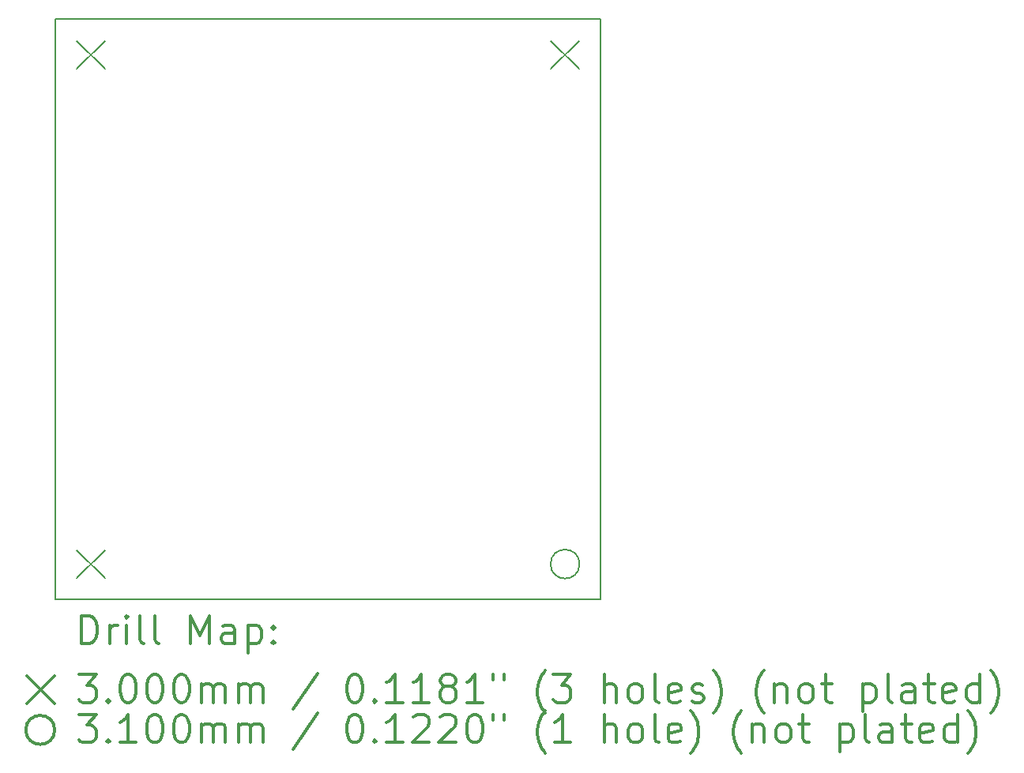
<source format=gbr>
%FSLAX45Y45*%
G04 Gerber Fmt 4.5, Leading zero omitted, Abs format (unit mm)*
G04 Created by KiCad (PCBNEW (5.1.12)-1) date 2022-01-06 10:15:55*
%MOMM*%
%LPD*%
G01*
G04 APERTURE LIST*
%TA.AperFunction,Profile*%
%ADD10C,0.150000*%
%TD*%
%ADD11C,0.200000*%
%ADD12C,0.300000*%
G04 APERTURE END LIST*
D10*
X17272000Y-7112000D02*
X11430000Y-7112000D01*
X17272000Y-13335000D02*
X17272000Y-7112000D01*
X11430000Y-13335000D02*
X17272000Y-13335000D01*
X11430000Y-7112000D02*
X11430000Y-13335000D01*
D11*
X11661000Y-7343000D02*
X11961000Y-7643000D01*
X11961000Y-7343000D02*
X11661000Y-7643000D01*
X11661000Y-12804000D02*
X11961000Y-13104000D01*
X11961000Y-12804000D02*
X11661000Y-13104000D01*
X16741000Y-7343000D02*
X17041000Y-7643000D01*
X17041000Y-7343000D02*
X16741000Y-7643000D01*
X17046000Y-12954000D02*
G75*
G03*
X17046000Y-12954000I-155000J0D01*
G01*
D12*
X11708928Y-13808214D02*
X11708928Y-13508214D01*
X11780357Y-13508214D01*
X11823214Y-13522500D01*
X11851786Y-13551071D01*
X11866071Y-13579643D01*
X11880357Y-13636786D01*
X11880357Y-13679643D01*
X11866071Y-13736786D01*
X11851786Y-13765357D01*
X11823214Y-13793929D01*
X11780357Y-13808214D01*
X11708928Y-13808214D01*
X12008928Y-13808214D02*
X12008928Y-13608214D01*
X12008928Y-13665357D02*
X12023214Y-13636786D01*
X12037500Y-13622500D01*
X12066071Y-13608214D01*
X12094643Y-13608214D01*
X12194643Y-13808214D02*
X12194643Y-13608214D01*
X12194643Y-13508214D02*
X12180357Y-13522500D01*
X12194643Y-13536786D01*
X12208928Y-13522500D01*
X12194643Y-13508214D01*
X12194643Y-13536786D01*
X12380357Y-13808214D02*
X12351786Y-13793929D01*
X12337500Y-13765357D01*
X12337500Y-13508214D01*
X12537500Y-13808214D02*
X12508928Y-13793929D01*
X12494643Y-13765357D01*
X12494643Y-13508214D01*
X12880357Y-13808214D02*
X12880357Y-13508214D01*
X12980357Y-13722500D01*
X13080357Y-13508214D01*
X13080357Y-13808214D01*
X13351786Y-13808214D02*
X13351786Y-13651071D01*
X13337500Y-13622500D01*
X13308928Y-13608214D01*
X13251786Y-13608214D01*
X13223214Y-13622500D01*
X13351786Y-13793929D02*
X13323214Y-13808214D01*
X13251786Y-13808214D01*
X13223214Y-13793929D01*
X13208928Y-13765357D01*
X13208928Y-13736786D01*
X13223214Y-13708214D01*
X13251786Y-13693929D01*
X13323214Y-13693929D01*
X13351786Y-13679643D01*
X13494643Y-13608214D02*
X13494643Y-13908214D01*
X13494643Y-13622500D02*
X13523214Y-13608214D01*
X13580357Y-13608214D01*
X13608928Y-13622500D01*
X13623214Y-13636786D01*
X13637500Y-13665357D01*
X13637500Y-13751071D01*
X13623214Y-13779643D01*
X13608928Y-13793929D01*
X13580357Y-13808214D01*
X13523214Y-13808214D01*
X13494643Y-13793929D01*
X13766071Y-13779643D02*
X13780357Y-13793929D01*
X13766071Y-13808214D01*
X13751786Y-13793929D01*
X13766071Y-13779643D01*
X13766071Y-13808214D01*
X13766071Y-13622500D02*
X13780357Y-13636786D01*
X13766071Y-13651071D01*
X13751786Y-13636786D01*
X13766071Y-13622500D01*
X13766071Y-13651071D01*
X11122500Y-14152500D02*
X11422500Y-14452500D01*
X11422500Y-14152500D02*
X11122500Y-14452500D01*
X11680357Y-14138214D02*
X11866071Y-14138214D01*
X11766071Y-14252500D01*
X11808928Y-14252500D01*
X11837500Y-14266786D01*
X11851786Y-14281071D01*
X11866071Y-14309643D01*
X11866071Y-14381071D01*
X11851786Y-14409643D01*
X11837500Y-14423929D01*
X11808928Y-14438214D01*
X11723214Y-14438214D01*
X11694643Y-14423929D01*
X11680357Y-14409643D01*
X11994643Y-14409643D02*
X12008928Y-14423929D01*
X11994643Y-14438214D01*
X11980357Y-14423929D01*
X11994643Y-14409643D01*
X11994643Y-14438214D01*
X12194643Y-14138214D02*
X12223214Y-14138214D01*
X12251786Y-14152500D01*
X12266071Y-14166786D01*
X12280357Y-14195357D01*
X12294643Y-14252500D01*
X12294643Y-14323929D01*
X12280357Y-14381071D01*
X12266071Y-14409643D01*
X12251786Y-14423929D01*
X12223214Y-14438214D01*
X12194643Y-14438214D01*
X12166071Y-14423929D01*
X12151786Y-14409643D01*
X12137500Y-14381071D01*
X12123214Y-14323929D01*
X12123214Y-14252500D01*
X12137500Y-14195357D01*
X12151786Y-14166786D01*
X12166071Y-14152500D01*
X12194643Y-14138214D01*
X12480357Y-14138214D02*
X12508928Y-14138214D01*
X12537500Y-14152500D01*
X12551786Y-14166786D01*
X12566071Y-14195357D01*
X12580357Y-14252500D01*
X12580357Y-14323929D01*
X12566071Y-14381071D01*
X12551786Y-14409643D01*
X12537500Y-14423929D01*
X12508928Y-14438214D01*
X12480357Y-14438214D01*
X12451786Y-14423929D01*
X12437500Y-14409643D01*
X12423214Y-14381071D01*
X12408928Y-14323929D01*
X12408928Y-14252500D01*
X12423214Y-14195357D01*
X12437500Y-14166786D01*
X12451786Y-14152500D01*
X12480357Y-14138214D01*
X12766071Y-14138214D02*
X12794643Y-14138214D01*
X12823214Y-14152500D01*
X12837500Y-14166786D01*
X12851786Y-14195357D01*
X12866071Y-14252500D01*
X12866071Y-14323929D01*
X12851786Y-14381071D01*
X12837500Y-14409643D01*
X12823214Y-14423929D01*
X12794643Y-14438214D01*
X12766071Y-14438214D01*
X12737500Y-14423929D01*
X12723214Y-14409643D01*
X12708928Y-14381071D01*
X12694643Y-14323929D01*
X12694643Y-14252500D01*
X12708928Y-14195357D01*
X12723214Y-14166786D01*
X12737500Y-14152500D01*
X12766071Y-14138214D01*
X12994643Y-14438214D02*
X12994643Y-14238214D01*
X12994643Y-14266786D02*
X13008928Y-14252500D01*
X13037500Y-14238214D01*
X13080357Y-14238214D01*
X13108928Y-14252500D01*
X13123214Y-14281071D01*
X13123214Y-14438214D01*
X13123214Y-14281071D02*
X13137500Y-14252500D01*
X13166071Y-14238214D01*
X13208928Y-14238214D01*
X13237500Y-14252500D01*
X13251786Y-14281071D01*
X13251786Y-14438214D01*
X13394643Y-14438214D02*
X13394643Y-14238214D01*
X13394643Y-14266786D02*
X13408928Y-14252500D01*
X13437500Y-14238214D01*
X13480357Y-14238214D01*
X13508928Y-14252500D01*
X13523214Y-14281071D01*
X13523214Y-14438214D01*
X13523214Y-14281071D02*
X13537500Y-14252500D01*
X13566071Y-14238214D01*
X13608928Y-14238214D01*
X13637500Y-14252500D01*
X13651786Y-14281071D01*
X13651786Y-14438214D01*
X14237500Y-14123929D02*
X13980357Y-14509643D01*
X14623214Y-14138214D02*
X14651786Y-14138214D01*
X14680357Y-14152500D01*
X14694643Y-14166786D01*
X14708928Y-14195357D01*
X14723214Y-14252500D01*
X14723214Y-14323929D01*
X14708928Y-14381071D01*
X14694643Y-14409643D01*
X14680357Y-14423929D01*
X14651786Y-14438214D01*
X14623214Y-14438214D01*
X14594643Y-14423929D01*
X14580357Y-14409643D01*
X14566071Y-14381071D01*
X14551786Y-14323929D01*
X14551786Y-14252500D01*
X14566071Y-14195357D01*
X14580357Y-14166786D01*
X14594643Y-14152500D01*
X14623214Y-14138214D01*
X14851786Y-14409643D02*
X14866071Y-14423929D01*
X14851786Y-14438214D01*
X14837500Y-14423929D01*
X14851786Y-14409643D01*
X14851786Y-14438214D01*
X15151786Y-14438214D02*
X14980357Y-14438214D01*
X15066071Y-14438214D02*
X15066071Y-14138214D01*
X15037500Y-14181071D01*
X15008928Y-14209643D01*
X14980357Y-14223929D01*
X15437500Y-14438214D02*
X15266071Y-14438214D01*
X15351786Y-14438214D02*
X15351786Y-14138214D01*
X15323214Y-14181071D01*
X15294643Y-14209643D01*
X15266071Y-14223929D01*
X15608928Y-14266786D02*
X15580357Y-14252500D01*
X15566071Y-14238214D01*
X15551786Y-14209643D01*
X15551786Y-14195357D01*
X15566071Y-14166786D01*
X15580357Y-14152500D01*
X15608928Y-14138214D01*
X15666071Y-14138214D01*
X15694643Y-14152500D01*
X15708928Y-14166786D01*
X15723214Y-14195357D01*
X15723214Y-14209643D01*
X15708928Y-14238214D01*
X15694643Y-14252500D01*
X15666071Y-14266786D01*
X15608928Y-14266786D01*
X15580357Y-14281071D01*
X15566071Y-14295357D01*
X15551786Y-14323929D01*
X15551786Y-14381071D01*
X15566071Y-14409643D01*
X15580357Y-14423929D01*
X15608928Y-14438214D01*
X15666071Y-14438214D01*
X15694643Y-14423929D01*
X15708928Y-14409643D01*
X15723214Y-14381071D01*
X15723214Y-14323929D01*
X15708928Y-14295357D01*
X15694643Y-14281071D01*
X15666071Y-14266786D01*
X16008928Y-14438214D02*
X15837500Y-14438214D01*
X15923214Y-14438214D02*
X15923214Y-14138214D01*
X15894643Y-14181071D01*
X15866071Y-14209643D01*
X15837500Y-14223929D01*
X16123214Y-14138214D02*
X16123214Y-14195357D01*
X16237500Y-14138214D02*
X16237500Y-14195357D01*
X16680357Y-14552500D02*
X16666071Y-14538214D01*
X16637500Y-14495357D01*
X16623214Y-14466786D01*
X16608928Y-14423929D01*
X16594643Y-14352500D01*
X16594643Y-14295357D01*
X16608928Y-14223929D01*
X16623214Y-14181071D01*
X16637500Y-14152500D01*
X16666071Y-14109643D01*
X16680357Y-14095357D01*
X16766071Y-14138214D02*
X16951786Y-14138214D01*
X16851786Y-14252500D01*
X16894643Y-14252500D01*
X16923214Y-14266786D01*
X16937500Y-14281071D01*
X16951786Y-14309643D01*
X16951786Y-14381071D01*
X16937500Y-14409643D01*
X16923214Y-14423929D01*
X16894643Y-14438214D01*
X16808928Y-14438214D01*
X16780357Y-14423929D01*
X16766071Y-14409643D01*
X17308928Y-14438214D02*
X17308928Y-14138214D01*
X17437500Y-14438214D02*
X17437500Y-14281071D01*
X17423214Y-14252500D01*
X17394643Y-14238214D01*
X17351786Y-14238214D01*
X17323214Y-14252500D01*
X17308928Y-14266786D01*
X17623214Y-14438214D02*
X17594643Y-14423929D01*
X17580357Y-14409643D01*
X17566071Y-14381071D01*
X17566071Y-14295357D01*
X17580357Y-14266786D01*
X17594643Y-14252500D01*
X17623214Y-14238214D01*
X17666071Y-14238214D01*
X17694643Y-14252500D01*
X17708928Y-14266786D01*
X17723214Y-14295357D01*
X17723214Y-14381071D01*
X17708928Y-14409643D01*
X17694643Y-14423929D01*
X17666071Y-14438214D01*
X17623214Y-14438214D01*
X17894643Y-14438214D02*
X17866071Y-14423929D01*
X17851786Y-14395357D01*
X17851786Y-14138214D01*
X18123214Y-14423929D02*
X18094643Y-14438214D01*
X18037500Y-14438214D01*
X18008928Y-14423929D01*
X17994643Y-14395357D01*
X17994643Y-14281071D01*
X18008928Y-14252500D01*
X18037500Y-14238214D01*
X18094643Y-14238214D01*
X18123214Y-14252500D01*
X18137500Y-14281071D01*
X18137500Y-14309643D01*
X17994643Y-14338214D01*
X18251786Y-14423929D02*
X18280357Y-14438214D01*
X18337500Y-14438214D01*
X18366071Y-14423929D01*
X18380357Y-14395357D01*
X18380357Y-14381071D01*
X18366071Y-14352500D01*
X18337500Y-14338214D01*
X18294643Y-14338214D01*
X18266071Y-14323929D01*
X18251786Y-14295357D01*
X18251786Y-14281071D01*
X18266071Y-14252500D01*
X18294643Y-14238214D01*
X18337500Y-14238214D01*
X18366071Y-14252500D01*
X18480357Y-14552500D02*
X18494643Y-14538214D01*
X18523214Y-14495357D01*
X18537500Y-14466786D01*
X18551786Y-14423929D01*
X18566071Y-14352500D01*
X18566071Y-14295357D01*
X18551786Y-14223929D01*
X18537500Y-14181071D01*
X18523214Y-14152500D01*
X18494643Y-14109643D01*
X18480357Y-14095357D01*
X19023214Y-14552500D02*
X19008928Y-14538214D01*
X18980357Y-14495357D01*
X18966071Y-14466786D01*
X18951786Y-14423929D01*
X18937500Y-14352500D01*
X18937500Y-14295357D01*
X18951786Y-14223929D01*
X18966071Y-14181071D01*
X18980357Y-14152500D01*
X19008928Y-14109643D01*
X19023214Y-14095357D01*
X19137500Y-14238214D02*
X19137500Y-14438214D01*
X19137500Y-14266786D02*
X19151786Y-14252500D01*
X19180357Y-14238214D01*
X19223214Y-14238214D01*
X19251786Y-14252500D01*
X19266071Y-14281071D01*
X19266071Y-14438214D01*
X19451786Y-14438214D02*
X19423214Y-14423929D01*
X19408928Y-14409643D01*
X19394643Y-14381071D01*
X19394643Y-14295357D01*
X19408928Y-14266786D01*
X19423214Y-14252500D01*
X19451786Y-14238214D01*
X19494643Y-14238214D01*
X19523214Y-14252500D01*
X19537500Y-14266786D01*
X19551786Y-14295357D01*
X19551786Y-14381071D01*
X19537500Y-14409643D01*
X19523214Y-14423929D01*
X19494643Y-14438214D01*
X19451786Y-14438214D01*
X19637500Y-14238214D02*
X19751786Y-14238214D01*
X19680357Y-14138214D02*
X19680357Y-14395357D01*
X19694643Y-14423929D01*
X19723214Y-14438214D01*
X19751786Y-14438214D01*
X20080357Y-14238214D02*
X20080357Y-14538214D01*
X20080357Y-14252500D02*
X20108928Y-14238214D01*
X20166071Y-14238214D01*
X20194643Y-14252500D01*
X20208928Y-14266786D01*
X20223214Y-14295357D01*
X20223214Y-14381071D01*
X20208928Y-14409643D01*
X20194643Y-14423929D01*
X20166071Y-14438214D01*
X20108928Y-14438214D01*
X20080357Y-14423929D01*
X20394643Y-14438214D02*
X20366071Y-14423929D01*
X20351786Y-14395357D01*
X20351786Y-14138214D01*
X20637500Y-14438214D02*
X20637500Y-14281071D01*
X20623214Y-14252500D01*
X20594643Y-14238214D01*
X20537500Y-14238214D01*
X20508928Y-14252500D01*
X20637500Y-14423929D02*
X20608928Y-14438214D01*
X20537500Y-14438214D01*
X20508928Y-14423929D01*
X20494643Y-14395357D01*
X20494643Y-14366786D01*
X20508928Y-14338214D01*
X20537500Y-14323929D01*
X20608928Y-14323929D01*
X20637500Y-14309643D01*
X20737500Y-14238214D02*
X20851786Y-14238214D01*
X20780357Y-14138214D02*
X20780357Y-14395357D01*
X20794643Y-14423929D01*
X20823214Y-14438214D01*
X20851786Y-14438214D01*
X21066071Y-14423929D02*
X21037500Y-14438214D01*
X20980357Y-14438214D01*
X20951786Y-14423929D01*
X20937500Y-14395357D01*
X20937500Y-14281071D01*
X20951786Y-14252500D01*
X20980357Y-14238214D01*
X21037500Y-14238214D01*
X21066071Y-14252500D01*
X21080357Y-14281071D01*
X21080357Y-14309643D01*
X20937500Y-14338214D01*
X21337500Y-14438214D02*
X21337500Y-14138214D01*
X21337500Y-14423929D02*
X21308928Y-14438214D01*
X21251786Y-14438214D01*
X21223214Y-14423929D01*
X21208928Y-14409643D01*
X21194643Y-14381071D01*
X21194643Y-14295357D01*
X21208928Y-14266786D01*
X21223214Y-14252500D01*
X21251786Y-14238214D01*
X21308928Y-14238214D01*
X21337500Y-14252500D01*
X21451786Y-14552500D02*
X21466071Y-14538214D01*
X21494643Y-14495357D01*
X21508928Y-14466786D01*
X21523214Y-14423929D01*
X21537500Y-14352500D01*
X21537500Y-14295357D01*
X21523214Y-14223929D01*
X21508928Y-14181071D01*
X21494643Y-14152500D01*
X21466071Y-14109643D01*
X21451786Y-14095357D01*
X11422500Y-14732500D02*
G75*
G03*
X11422500Y-14732500I-155000J0D01*
G01*
X11680357Y-14568214D02*
X11866071Y-14568214D01*
X11766071Y-14682500D01*
X11808928Y-14682500D01*
X11837500Y-14696786D01*
X11851786Y-14711071D01*
X11866071Y-14739643D01*
X11866071Y-14811071D01*
X11851786Y-14839643D01*
X11837500Y-14853929D01*
X11808928Y-14868214D01*
X11723214Y-14868214D01*
X11694643Y-14853929D01*
X11680357Y-14839643D01*
X11994643Y-14839643D02*
X12008928Y-14853929D01*
X11994643Y-14868214D01*
X11980357Y-14853929D01*
X11994643Y-14839643D01*
X11994643Y-14868214D01*
X12294643Y-14868214D02*
X12123214Y-14868214D01*
X12208928Y-14868214D02*
X12208928Y-14568214D01*
X12180357Y-14611071D01*
X12151786Y-14639643D01*
X12123214Y-14653929D01*
X12480357Y-14568214D02*
X12508928Y-14568214D01*
X12537500Y-14582500D01*
X12551786Y-14596786D01*
X12566071Y-14625357D01*
X12580357Y-14682500D01*
X12580357Y-14753929D01*
X12566071Y-14811071D01*
X12551786Y-14839643D01*
X12537500Y-14853929D01*
X12508928Y-14868214D01*
X12480357Y-14868214D01*
X12451786Y-14853929D01*
X12437500Y-14839643D01*
X12423214Y-14811071D01*
X12408928Y-14753929D01*
X12408928Y-14682500D01*
X12423214Y-14625357D01*
X12437500Y-14596786D01*
X12451786Y-14582500D01*
X12480357Y-14568214D01*
X12766071Y-14568214D02*
X12794643Y-14568214D01*
X12823214Y-14582500D01*
X12837500Y-14596786D01*
X12851786Y-14625357D01*
X12866071Y-14682500D01*
X12866071Y-14753929D01*
X12851786Y-14811071D01*
X12837500Y-14839643D01*
X12823214Y-14853929D01*
X12794643Y-14868214D01*
X12766071Y-14868214D01*
X12737500Y-14853929D01*
X12723214Y-14839643D01*
X12708928Y-14811071D01*
X12694643Y-14753929D01*
X12694643Y-14682500D01*
X12708928Y-14625357D01*
X12723214Y-14596786D01*
X12737500Y-14582500D01*
X12766071Y-14568214D01*
X12994643Y-14868214D02*
X12994643Y-14668214D01*
X12994643Y-14696786D02*
X13008928Y-14682500D01*
X13037500Y-14668214D01*
X13080357Y-14668214D01*
X13108928Y-14682500D01*
X13123214Y-14711071D01*
X13123214Y-14868214D01*
X13123214Y-14711071D02*
X13137500Y-14682500D01*
X13166071Y-14668214D01*
X13208928Y-14668214D01*
X13237500Y-14682500D01*
X13251786Y-14711071D01*
X13251786Y-14868214D01*
X13394643Y-14868214D02*
X13394643Y-14668214D01*
X13394643Y-14696786D02*
X13408928Y-14682500D01*
X13437500Y-14668214D01*
X13480357Y-14668214D01*
X13508928Y-14682500D01*
X13523214Y-14711071D01*
X13523214Y-14868214D01*
X13523214Y-14711071D02*
X13537500Y-14682500D01*
X13566071Y-14668214D01*
X13608928Y-14668214D01*
X13637500Y-14682500D01*
X13651786Y-14711071D01*
X13651786Y-14868214D01*
X14237500Y-14553929D02*
X13980357Y-14939643D01*
X14623214Y-14568214D02*
X14651786Y-14568214D01*
X14680357Y-14582500D01*
X14694643Y-14596786D01*
X14708928Y-14625357D01*
X14723214Y-14682500D01*
X14723214Y-14753929D01*
X14708928Y-14811071D01*
X14694643Y-14839643D01*
X14680357Y-14853929D01*
X14651786Y-14868214D01*
X14623214Y-14868214D01*
X14594643Y-14853929D01*
X14580357Y-14839643D01*
X14566071Y-14811071D01*
X14551786Y-14753929D01*
X14551786Y-14682500D01*
X14566071Y-14625357D01*
X14580357Y-14596786D01*
X14594643Y-14582500D01*
X14623214Y-14568214D01*
X14851786Y-14839643D02*
X14866071Y-14853929D01*
X14851786Y-14868214D01*
X14837500Y-14853929D01*
X14851786Y-14839643D01*
X14851786Y-14868214D01*
X15151786Y-14868214D02*
X14980357Y-14868214D01*
X15066071Y-14868214D02*
X15066071Y-14568214D01*
X15037500Y-14611071D01*
X15008928Y-14639643D01*
X14980357Y-14653929D01*
X15266071Y-14596786D02*
X15280357Y-14582500D01*
X15308928Y-14568214D01*
X15380357Y-14568214D01*
X15408928Y-14582500D01*
X15423214Y-14596786D01*
X15437500Y-14625357D01*
X15437500Y-14653929D01*
X15423214Y-14696786D01*
X15251786Y-14868214D01*
X15437500Y-14868214D01*
X15551786Y-14596786D02*
X15566071Y-14582500D01*
X15594643Y-14568214D01*
X15666071Y-14568214D01*
X15694643Y-14582500D01*
X15708928Y-14596786D01*
X15723214Y-14625357D01*
X15723214Y-14653929D01*
X15708928Y-14696786D01*
X15537500Y-14868214D01*
X15723214Y-14868214D01*
X15908928Y-14568214D02*
X15937500Y-14568214D01*
X15966071Y-14582500D01*
X15980357Y-14596786D01*
X15994643Y-14625357D01*
X16008928Y-14682500D01*
X16008928Y-14753929D01*
X15994643Y-14811071D01*
X15980357Y-14839643D01*
X15966071Y-14853929D01*
X15937500Y-14868214D01*
X15908928Y-14868214D01*
X15880357Y-14853929D01*
X15866071Y-14839643D01*
X15851786Y-14811071D01*
X15837500Y-14753929D01*
X15837500Y-14682500D01*
X15851786Y-14625357D01*
X15866071Y-14596786D01*
X15880357Y-14582500D01*
X15908928Y-14568214D01*
X16123214Y-14568214D02*
X16123214Y-14625357D01*
X16237500Y-14568214D02*
X16237500Y-14625357D01*
X16680357Y-14982500D02*
X16666071Y-14968214D01*
X16637500Y-14925357D01*
X16623214Y-14896786D01*
X16608928Y-14853929D01*
X16594643Y-14782500D01*
X16594643Y-14725357D01*
X16608928Y-14653929D01*
X16623214Y-14611071D01*
X16637500Y-14582500D01*
X16666071Y-14539643D01*
X16680357Y-14525357D01*
X16951786Y-14868214D02*
X16780357Y-14868214D01*
X16866071Y-14868214D02*
X16866071Y-14568214D01*
X16837500Y-14611071D01*
X16808928Y-14639643D01*
X16780357Y-14653929D01*
X17308928Y-14868214D02*
X17308928Y-14568214D01*
X17437500Y-14868214D02*
X17437500Y-14711071D01*
X17423214Y-14682500D01*
X17394643Y-14668214D01*
X17351786Y-14668214D01*
X17323214Y-14682500D01*
X17308928Y-14696786D01*
X17623214Y-14868214D02*
X17594643Y-14853929D01*
X17580357Y-14839643D01*
X17566071Y-14811071D01*
X17566071Y-14725357D01*
X17580357Y-14696786D01*
X17594643Y-14682500D01*
X17623214Y-14668214D01*
X17666071Y-14668214D01*
X17694643Y-14682500D01*
X17708928Y-14696786D01*
X17723214Y-14725357D01*
X17723214Y-14811071D01*
X17708928Y-14839643D01*
X17694643Y-14853929D01*
X17666071Y-14868214D01*
X17623214Y-14868214D01*
X17894643Y-14868214D02*
X17866071Y-14853929D01*
X17851786Y-14825357D01*
X17851786Y-14568214D01*
X18123214Y-14853929D02*
X18094643Y-14868214D01*
X18037500Y-14868214D01*
X18008928Y-14853929D01*
X17994643Y-14825357D01*
X17994643Y-14711071D01*
X18008928Y-14682500D01*
X18037500Y-14668214D01*
X18094643Y-14668214D01*
X18123214Y-14682500D01*
X18137500Y-14711071D01*
X18137500Y-14739643D01*
X17994643Y-14768214D01*
X18237500Y-14982500D02*
X18251786Y-14968214D01*
X18280357Y-14925357D01*
X18294643Y-14896786D01*
X18308928Y-14853929D01*
X18323214Y-14782500D01*
X18323214Y-14725357D01*
X18308928Y-14653929D01*
X18294643Y-14611071D01*
X18280357Y-14582500D01*
X18251786Y-14539643D01*
X18237500Y-14525357D01*
X18780357Y-14982500D02*
X18766071Y-14968214D01*
X18737500Y-14925357D01*
X18723214Y-14896786D01*
X18708928Y-14853929D01*
X18694643Y-14782500D01*
X18694643Y-14725357D01*
X18708928Y-14653929D01*
X18723214Y-14611071D01*
X18737500Y-14582500D01*
X18766071Y-14539643D01*
X18780357Y-14525357D01*
X18894643Y-14668214D02*
X18894643Y-14868214D01*
X18894643Y-14696786D02*
X18908928Y-14682500D01*
X18937500Y-14668214D01*
X18980357Y-14668214D01*
X19008928Y-14682500D01*
X19023214Y-14711071D01*
X19023214Y-14868214D01*
X19208928Y-14868214D02*
X19180357Y-14853929D01*
X19166071Y-14839643D01*
X19151786Y-14811071D01*
X19151786Y-14725357D01*
X19166071Y-14696786D01*
X19180357Y-14682500D01*
X19208928Y-14668214D01*
X19251786Y-14668214D01*
X19280357Y-14682500D01*
X19294643Y-14696786D01*
X19308928Y-14725357D01*
X19308928Y-14811071D01*
X19294643Y-14839643D01*
X19280357Y-14853929D01*
X19251786Y-14868214D01*
X19208928Y-14868214D01*
X19394643Y-14668214D02*
X19508928Y-14668214D01*
X19437500Y-14568214D02*
X19437500Y-14825357D01*
X19451786Y-14853929D01*
X19480357Y-14868214D01*
X19508928Y-14868214D01*
X19837500Y-14668214D02*
X19837500Y-14968214D01*
X19837500Y-14682500D02*
X19866071Y-14668214D01*
X19923214Y-14668214D01*
X19951786Y-14682500D01*
X19966071Y-14696786D01*
X19980357Y-14725357D01*
X19980357Y-14811071D01*
X19966071Y-14839643D01*
X19951786Y-14853929D01*
X19923214Y-14868214D01*
X19866071Y-14868214D01*
X19837500Y-14853929D01*
X20151786Y-14868214D02*
X20123214Y-14853929D01*
X20108928Y-14825357D01*
X20108928Y-14568214D01*
X20394643Y-14868214D02*
X20394643Y-14711071D01*
X20380357Y-14682500D01*
X20351786Y-14668214D01*
X20294643Y-14668214D01*
X20266071Y-14682500D01*
X20394643Y-14853929D02*
X20366071Y-14868214D01*
X20294643Y-14868214D01*
X20266071Y-14853929D01*
X20251786Y-14825357D01*
X20251786Y-14796786D01*
X20266071Y-14768214D01*
X20294643Y-14753929D01*
X20366071Y-14753929D01*
X20394643Y-14739643D01*
X20494643Y-14668214D02*
X20608928Y-14668214D01*
X20537500Y-14568214D02*
X20537500Y-14825357D01*
X20551786Y-14853929D01*
X20580357Y-14868214D01*
X20608928Y-14868214D01*
X20823214Y-14853929D02*
X20794643Y-14868214D01*
X20737500Y-14868214D01*
X20708928Y-14853929D01*
X20694643Y-14825357D01*
X20694643Y-14711071D01*
X20708928Y-14682500D01*
X20737500Y-14668214D01*
X20794643Y-14668214D01*
X20823214Y-14682500D01*
X20837500Y-14711071D01*
X20837500Y-14739643D01*
X20694643Y-14768214D01*
X21094643Y-14868214D02*
X21094643Y-14568214D01*
X21094643Y-14853929D02*
X21066071Y-14868214D01*
X21008928Y-14868214D01*
X20980357Y-14853929D01*
X20966071Y-14839643D01*
X20951786Y-14811071D01*
X20951786Y-14725357D01*
X20966071Y-14696786D01*
X20980357Y-14682500D01*
X21008928Y-14668214D01*
X21066071Y-14668214D01*
X21094643Y-14682500D01*
X21208928Y-14982500D02*
X21223214Y-14968214D01*
X21251786Y-14925357D01*
X21266071Y-14896786D01*
X21280357Y-14853929D01*
X21294643Y-14782500D01*
X21294643Y-14725357D01*
X21280357Y-14653929D01*
X21266071Y-14611071D01*
X21251786Y-14582500D01*
X21223214Y-14539643D01*
X21208928Y-14525357D01*
M02*

</source>
